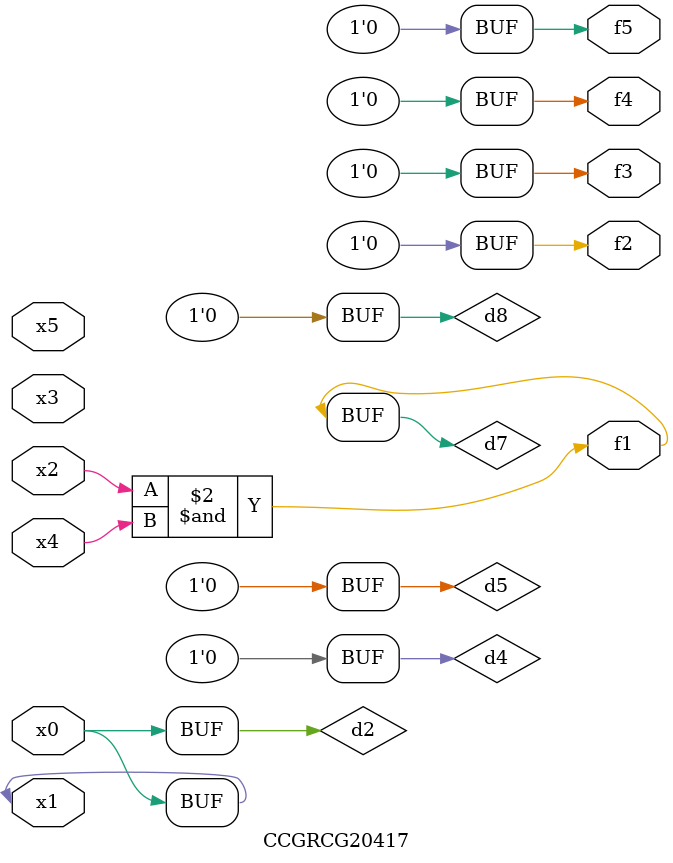
<source format=v>
module CCGRCG20417(
	input x0, x1, x2, x3, x4, x5,
	output f1, f2, f3, f4, f5
);

	wire d1, d2, d3, d4, d5, d6, d7, d8, d9;

	nand (d1, x1);
	buf (d2, x0, x1);
	nand (d3, x2, x4);
	and (d4, d1, d2);
	and (d5, d1, d2);
	nand (d6, d1, d3);
	not (d7, d3);
	xor (d8, d5);
	nor (d9, d5, d6);
	assign f1 = d7;
	assign f2 = d8;
	assign f3 = d8;
	assign f4 = d8;
	assign f5 = d8;
endmodule

</source>
